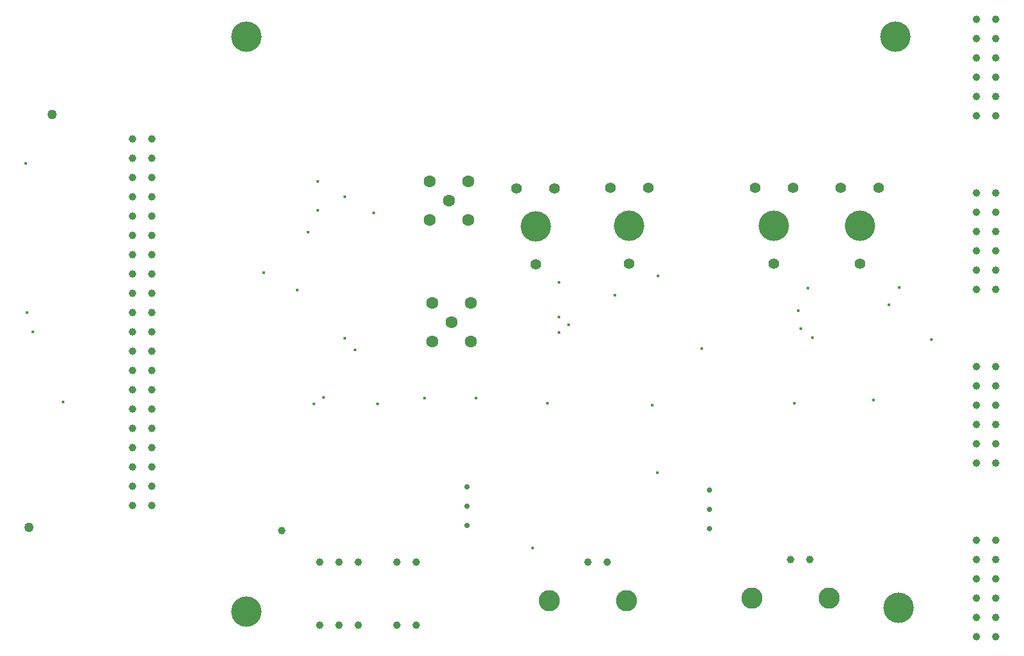
<source format=gbr>
G04 Layer_Color=0*
%FSLAX43Y43*%
%MOMM*%
%TF.FileFunction,Plated,1,4,PTH,Drill*%
%TF.Part,Single*%
G01*
G75*
%TA.AperFunction,OtherDrill,Pad Free-6 (14.097mm,18.542mm)*%
%ADD74C,0.400*%
%TA.AperFunction,ComponentDrill*%
%ADD75C,1.000*%
%ADD76C,1.000*%
%ADD77C,2.800*%
%ADD78C,0.700*%
%ADD79C,1.600*%
%ADD80C,1.400*%
%ADD81C,4.000*%
%ADD82C,1.270*%
%TA.AperFunction,OtherDrill,Pad Free-5 (51.181mm,26.924mm)*%
%ADD83C,0.400*%
%TA.AperFunction,OtherDrill,Pad Free-4 (38.223mm,-9.017mm)*%
%ADD84C,4.000*%
%TA.AperFunction,OtherDrill,Pad Free-3 (123.698mm,66.675mm)*%
%ADD85C,4.000*%
%TA.AperFunction,OtherDrill,Pad Free-2 (38.223mm,66.675mm)*%
%ADD86C,4.000*%
%TA.AperFunction,OtherDrill,Pad Free-1 (124.079mm,-8.509mm)*%
%ADD87C,4.000*%
%TA.AperFunction,ViaDrill,NotFilled*%
%ADD88C,0.400*%
%ADD89C,1.000*%
D74*
X14097Y18542D02*
D03*
D75*
X134366Y-12319D02*
D03*
Y-9779D02*
D03*
Y-7239D02*
D03*
Y-4699D02*
D03*
Y-2159D02*
D03*
Y381D02*
D03*
X136906Y-12319D02*
D03*
Y-9779D02*
D03*
Y-7239D02*
D03*
Y-4699D02*
D03*
Y-2159D02*
D03*
Y381D02*
D03*
X134316Y10541D02*
D03*
Y13081D02*
D03*
Y15621D02*
D03*
Y18161D02*
D03*
Y20701D02*
D03*
Y23241D02*
D03*
X136856Y10541D02*
D03*
Y13081D02*
D03*
Y15621D02*
D03*
Y18161D02*
D03*
Y20701D02*
D03*
Y23241D02*
D03*
X134291Y33401D02*
D03*
Y35941D02*
D03*
Y38481D02*
D03*
Y41021D02*
D03*
Y43561D02*
D03*
Y46101D02*
D03*
X136831Y33401D02*
D03*
Y35941D02*
D03*
Y38481D02*
D03*
Y41021D02*
D03*
Y43561D02*
D03*
Y46101D02*
D03*
X136881Y68961D02*
D03*
Y66421D02*
D03*
Y63881D02*
D03*
Y61341D02*
D03*
Y58801D02*
D03*
Y56261D02*
D03*
X134341Y68961D02*
D03*
Y66421D02*
D03*
Y63881D02*
D03*
Y61341D02*
D03*
Y58801D02*
D03*
Y56261D02*
D03*
X25781Y4953D02*
D03*
X23241D02*
D03*
X25781Y7493D02*
D03*
X23241D02*
D03*
X25781Y10033D02*
D03*
X23241D02*
D03*
X25781Y12573D02*
D03*
X23241D02*
D03*
X25781Y15113D02*
D03*
X23241D02*
D03*
X25781Y17653D02*
D03*
X23241D02*
D03*
X25781Y20193D02*
D03*
X23241D02*
D03*
X25781Y22733D02*
D03*
X23241D02*
D03*
X25781Y25273D02*
D03*
X23241D02*
D03*
X25781Y27813D02*
D03*
X23241D02*
D03*
X25781Y30353D02*
D03*
X23241D02*
D03*
X25781Y32893D02*
D03*
X23241D02*
D03*
X25781Y35433D02*
D03*
X23241D02*
D03*
X25781Y37973D02*
D03*
X23241D02*
D03*
X25781Y40513D02*
D03*
X23241D02*
D03*
X25781Y43053D02*
D03*
X23241D02*
D03*
X25781Y45593D02*
D03*
X23241D02*
D03*
X25781Y48133D02*
D03*
X23241D02*
D03*
X25781Y50673D02*
D03*
X23241D02*
D03*
X25781Y53213D02*
D03*
X23241D02*
D03*
D76*
X47879Y-10795D02*
D03*
X50419D02*
D03*
X52959D02*
D03*
X58039D02*
D03*
X60579D02*
D03*
X112395Y-2159D02*
D03*
X109855D02*
D03*
X47879Y-2540D02*
D03*
X50419D02*
D03*
X52959D02*
D03*
X58039D02*
D03*
X60579D02*
D03*
X85725D02*
D03*
X83185D02*
D03*
D77*
X104775Y-7239D02*
D03*
X114935D02*
D03*
X78105Y-7620D02*
D03*
X88265D02*
D03*
D78*
X99187Y1905D02*
D03*
Y4445D02*
D03*
Y6985D02*
D03*
X67310Y2286D02*
D03*
Y4826D02*
D03*
Y7366D02*
D03*
D79*
X64897Y45085D02*
D03*
X62357Y47625D02*
D03*
X67437D02*
D03*
X62357Y42545D02*
D03*
X67437D02*
D03*
X65278Y29083D02*
D03*
X62738Y31623D02*
D03*
X67818D02*
D03*
X62738Y26543D02*
D03*
X67818D02*
D03*
D80*
X78827Y46656D02*
D03*
X73827D02*
D03*
X76327Y36656D02*
D03*
X91146Y46783D02*
D03*
X86146D02*
D03*
X88646Y36783D02*
D03*
X110196Y46783D02*
D03*
X105196D02*
D03*
X107696Y36783D02*
D03*
X121499Y46783D02*
D03*
X116499D02*
D03*
X118999Y36783D02*
D03*
D81*
X76327Y41656D02*
D03*
X88646Y41783D02*
D03*
X107696D02*
D03*
X118999D02*
D03*
D82*
X12700Y56401D02*
D03*
X9652Y2019D02*
D03*
D83*
X51181Y26924D02*
D03*
D84*
X38223Y-9017D02*
D03*
D85*
X123698Y66675D02*
D03*
D86*
X38223D02*
D03*
D87*
X124079Y-8509D02*
D03*
D88*
X51181Y45593D02*
D03*
X52578Y25400D02*
D03*
X79375Y27686D02*
D03*
X68453Y19050D02*
D03*
X61722D02*
D03*
X48387Y19177D02*
D03*
X46355Y40894D02*
D03*
X54991Y43434D02*
D03*
X9222Y49989D02*
D03*
X44958Y33274D02*
D03*
X47625Y47625D02*
D03*
X92329Y9271D02*
D03*
X75946Y-635D02*
D03*
X112776Y27051D02*
D03*
X128397Y26797D02*
D03*
X110871Y30607D02*
D03*
X80633Y28702D02*
D03*
X86741Y32639D02*
D03*
X124169Y33618D02*
D03*
X112126Y33540D02*
D03*
X92456Y35179D02*
D03*
X122809Y31369D02*
D03*
X47117Y18288D02*
D03*
X55499Y18288D02*
D03*
X47625Y43815D02*
D03*
X77851Y18415D02*
D03*
X91694Y18161D02*
D03*
X110363Y18415D02*
D03*
X120777Y18796D02*
D03*
X79375Y34290D02*
D03*
Y29718D02*
D03*
X40513Y35560D02*
D03*
X111252Y28194D02*
D03*
X98206Y25562D02*
D03*
X10160Y27813D02*
D03*
X9398Y30353D02*
D03*
D89*
X42926Y1651D02*
D03*
%TF.MD5,466c895ecf29c42f3ffd18ef5e58f460*%
M02*

</source>
